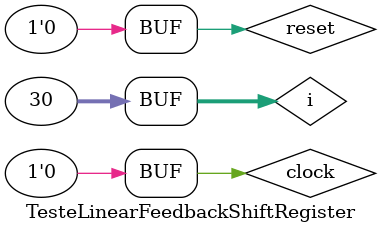
<source format=v>
module TesteLinearFeedbackShiftRegister();
  reg clock;
  reg reset;
  wire [1:4] saida;
  integer i;
  
  LinearFeedbackShiftRegister linearFeedbackShiftRegister(.clock(clock),
                                                          .reset(reset),
                                                          .sequencia(saida));
  
  initial begin
    reset = 1;
    clock = 0;
    clock = 1;
    clock = 0;
    #5 reset = 0;
    
    for(i = 0; i < 30; i = i + 1) begin
      	#5 clock = ~clock;
    end
  end
  
  always @(saida[1], saida[2], saida[3], saida[4]) begin
    $display("%b%b%b%b", saida[1], saida[2], saida[3], saida[4]);
  end
endmodule
</source>
